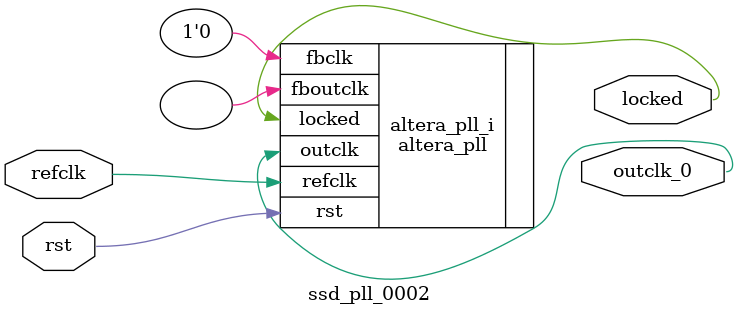
<source format=v>
`timescale 1ns/10ps
module  ssd_pll_0002(

	// interface 'refclk'
	input wire refclk,

	// interface 'reset'
	input wire rst,

	// interface 'outclk0'
	output wire outclk_0,

	// interface 'locked'
	output wire locked
);

	altera_pll #(
		.fractional_vco_multiplier("false"),
		.reference_clock_frequency("50.0 MHz"),
		.operation_mode("normal"),
		.number_of_clocks(1),
		.output_clock_frequency0("5.000000 MHz"),
		.phase_shift0("0 ps"),
		.duty_cycle0(50),
		.output_clock_frequency1("0 MHz"),
		.phase_shift1("0 ps"),
		.duty_cycle1(50),
		.output_clock_frequency2("0 MHz"),
		.phase_shift2("0 ps"),
		.duty_cycle2(50),
		.output_clock_frequency3("0 MHz"),
		.phase_shift3("0 ps"),
		.duty_cycle3(50),
		.output_clock_frequency4("0 MHz"),
		.phase_shift4("0 ps"),
		.duty_cycle4(50),
		.output_clock_frequency5("0 MHz"),
		.phase_shift5("0 ps"),
		.duty_cycle5(50),
		.output_clock_frequency6("0 MHz"),
		.phase_shift6("0 ps"),
		.duty_cycle6(50),
		.output_clock_frequency7("0 MHz"),
		.phase_shift7("0 ps"),
		.duty_cycle7(50),
		.output_clock_frequency8("0 MHz"),
		.phase_shift8("0 ps"),
		.duty_cycle8(50),
		.output_clock_frequency9("0 MHz"),
		.phase_shift9("0 ps"),
		.duty_cycle9(50),
		.output_clock_frequency10("0 MHz"),
		.phase_shift10("0 ps"),
		.duty_cycle10(50),
		.output_clock_frequency11("0 MHz"),
		.phase_shift11("0 ps"),
		.duty_cycle11(50),
		.output_clock_frequency12("0 MHz"),
		.phase_shift12("0 ps"),
		.duty_cycle12(50),
		.output_clock_frequency13("0 MHz"),
		.phase_shift13("0 ps"),
		.duty_cycle13(50),
		.output_clock_frequency14("0 MHz"),
		.phase_shift14("0 ps"),
		.duty_cycle14(50),
		.output_clock_frequency15("0 MHz"),
		.phase_shift15("0 ps"),
		.duty_cycle15(50),
		.output_clock_frequency16("0 MHz"),
		.phase_shift16("0 ps"),
		.duty_cycle16(50),
		.output_clock_frequency17("0 MHz"),
		.phase_shift17("0 ps"),
		.duty_cycle17(50),
		.pll_type("General"),
		.pll_subtype("General")
	) altera_pll_i (
		.rst	(rst),
		.outclk	({outclk_0}),
		.locked	(locked),
		.fboutclk	( ),
		.fbclk	(1'b0),
		.refclk	(refclk)
	);
endmodule


</source>
